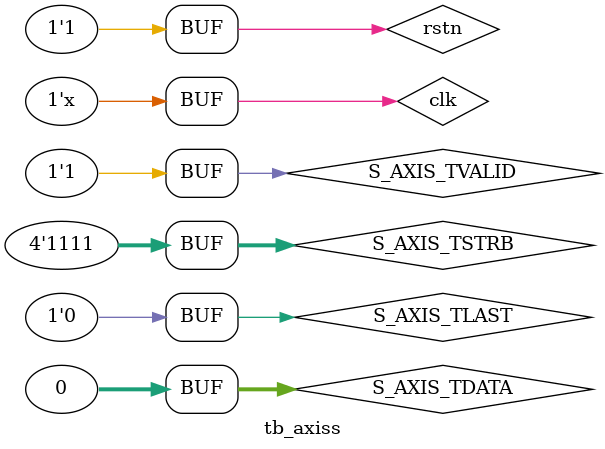
<source format=v>
`timescale 1ns/1ps
module tb_axiss();
    reg clk,rstn;
    wire S_AXIS_TREADY;
    reg[31:0] S_AXIS_TDATA;
    reg[3:0] S_AXIS_TSTRB;
    reg S_AXIS_TLAST;
    reg S_AXIS_TVALID;
    wire isdec;
    wire start_input;
    wire end_input;
    wire[127:0] datain;
    wire[127:0] mkin;
    sm4_axis_s sm4axissinst(
        .S_AXIS_ACLK(clk),
        .S_AXIS_ARESETN(rstn),
        .S_AXIS_TREADY(S_AXIS_TREADY),
        .S_AXIS_TDATA(S_AXIS_TDATA),
        .S_AXIS_TSTRB(S_AXIS_TSTRB),
        .S_AXIS_TLAST(S_AXIS_TLAST),
        .S_AXIS_TVALID(S_AXIS_TVALID),
        .isdec(isdec),
        .start_input(start_input),
        .end_input(end_input),
        .datain(datain),
        .mkin(mkin)
    );

    always @* begin
        #5 clk <= ~clk;
    end

    initial begin
        clk <= 0;
        rstn <= 0;
        S_AXIS_TDATA <= 0;
        S_AXIS_TSTRB <= 0;
        S_AXIS_TLAST <= 0;
        S_AXIS_TVALID <= 0;
        #50;
        rstn <= 1;
        #50;
        S_AXIS_TDATA <= 32'h10101010;
        S_AXIS_TSTRB <= 4'b1111;
        S_AXIS_TVALID <= 1;
        #10;
        S_AXIS_TDATA <= 32'h01234567;
        #10;
        S_AXIS_TDATA <= 32'h89ABCDEF;
        #10;
        S_AXIS_TDATA <= 32'hFEDCBA98;
        #10;
        S_AXIS_TDATA <= 32'h76543210;
        #10;
        S_AXIS_TDATA <= 32'h01234567;
        #10;
        S_AXIS_TDATA <= 32'h89ABCDEF;
        #10;
        S_AXIS_TDATA <= 32'hFEDCBA98;
        #10;
        S_AXIS_TDATA <= 32'h76543210;
        #10;
        S_AXIS_TDATA <= 32'h12344321;
        #560;
        S_AXIS_TDATA <= 0;        
    end
endmodule


</source>
